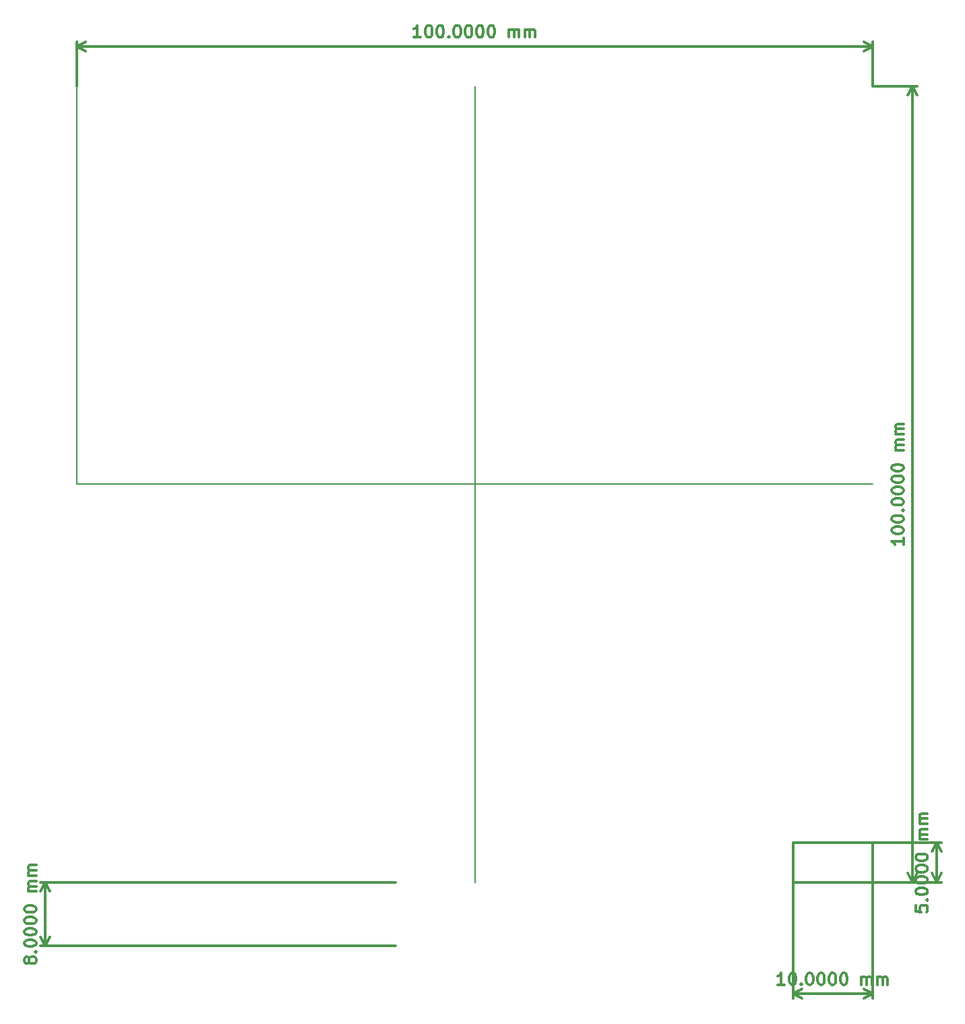
<source format=gbr>
%TF.GenerationSoftware,KiCad,Pcbnew,(6.0.11)*%
%TF.CreationDate,2023-05-22T16:35:14-05:00*%
%TF.ProjectId,Z80ESP,5a383045-5350-42e6-9b69-6361645f7063,rev?*%
%TF.SameCoordinates,Original*%
%TF.FileFunction,OtherDrawing,Comment*%
%FSLAX46Y46*%
G04 Gerber Fmt 4.6, Leading zero omitted, Abs format (unit mm)*
G04 Created by KiCad (PCBNEW (6.0.11)) date 2023-05-22 16:35:14*
%MOMM*%
%LPD*%
G01*
G04 APERTURE LIST*
%ADD10C,0.200000*%
%ADD11C,0.300000*%
G04 APERTURE END LIST*
D10*
X95000000Y-46000000D02*
X95000000Y-146000000D01*
X45000000Y-96000000D02*
X45000000Y-46000000D01*
X145000000Y-96000000D02*
X45000000Y-96000000D01*
D11*
X148878571Y-102785714D02*
X148878571Y-103642857D01*
X148878571Y-103214285D02*
X147378571Y-103214285D01*
X147592857Y-103357142D01*
X147735714Y-103500000D01*
X147807142Y-103642857D01*
X147378571Y-101857142D02*
X147378571Y-101714285D01*
X147450000Y-101571428D01*
X147521428Y-101500000D01*
X147664285Y-101428571D01*
X147950000Y-101357142D01*
X148307142Y-101357142D01*
X148592857Y-101428571D01*
X148735714Y-101500000D01*
X148807142Y-101571428D01*
X148878571Y-101714285D01*
X148878571Y-101857142D01*
X148807142Y-102000000D01*
X148735714Y-102071428D01*
X148592857Y-102142857D01*
X148307142Y-102214285D01*
X147950000Y-102214285D01*
X147664285Y-102142857D01*
X147521428Y-102071428D01*
X147450000Y-102000000D01*
X147378571Y-101857142D01*
X147378571Y-100428571D02*
X147378571Y-100285714D01*
X147450000Y-100142857D01*
X147521428Y-100071428D01*
X147664285Y-100000000D01*
X147950000Y-99928571D01*
X148307142Y-99928571D01*
X148592857Y-100000000D01*
X148735714Y-100071428D01*
X148807142Y-100142857D01*
X148878571Y-100285714D01*
X148878571Y-100428571D01*
X148807142Y-100571428D01*
X148735714Y-100642857D01*
X148592857Y-100714285D01*
X148307142Y-100785714D01*
X147950000Y-100785714D01*
X147664285Y-100714285D01*
X147521428Y-100642857D01*
X147450000Y-100571428D01*
X147378571Y-100428571D01*
X148735714Y-99285714D02*
X148807142Y-99214285D01*
X148878571Y-99285714D01*
X148807142Y-99357142D01*
X148735714Y-99285714D01*
X148878571Y-99285714D01*
X147378571Y-98285714D02*
X147378571Y-98142857D01*
X147450000Y-98000000D01*
X147521428Y-97928571D01*
X147664285Y-97857142D01*
X147950000Y-97785714D01*
X148307142Y-97785714D01*
X148592857Y-97857142D01*
X148735714Y-97928571D01*
X148807142Y-98000000D01*
X148878571Y-98142857D01*
X148878571Y-98285714D01*
X148807142Y-98428571D01*
X148735714Y-98500000D01*
X148592857Y-98571428D01*
X148307142Y-98642857D01*
X147950000Y-98642857D01*
X147664285Y-98571428D01*
X147521428Y-98500000D01*
X147450000Y-98428571D01*
X147378571Y-98285714D01*
X147378571Y-96857142D02*
X147378571Y-96714285D01*
X147450000Y-96571428D01*
X147521428Y-96500000D01*
X147664285Y-96428571D01*
X147950000Y-96357142D01*
X148307142Y-96357142D01*
X148592857Y-96428571D01*
X148735714Y-96500000D01*
X148807142Y-96571428D01*
X148878571Y-96714285D01*
X148878571Y-96857142D01*
X148807142Y-97000000D01*
X148735714Y-97071428D01*
X148592857Y-97142857D01*
X148307142Y-97214285D01*
X147950000Y-97214285D01*
X147664285Y-97142857D01*
X147521428Y-97071428D01*
X147450000Y-97000000D01*
X147378571Y-96857142D01*
X147378571Y-95428571D02*
X147378571Y-95285714D01*
X147450000Y-95142857D01*
X147521428Y-95071428D01*
X147664285Y-95000000D01*
X147950000Y-94928571D01*
X148307142Y-94928571D01*
X148592857Y-95000000D01*
X148735714Y-95071428D01*
X148807142Y-95142857D01*
X148878571Y-95285714D01*
X148878571Y-95428571D01*
X148807142Y-95571428D01*
X148735714Y-95642857D01*
X148592857Y-95714285D01*
X148307142Y-95785714D01*
X147950000Y-95785714D01*
X147664285Y-95714285D01*
X147521428Y-95642857D01*
X147450000Y-95571428D01*
X147378571Y-95428571D01*
X147378571Y-94000000D02*
X147378571Y-93857142D01*
X147450000Y-93714285D01*
X147521428Y-93642857D01*
X147664285Y-93571428D01*
X147950000Y-93500000D01*
X148307142Y-93500000D01*
X148592857Y-93571428D01*
X148735714Y-93642857D01*
X148807142Y-93714285D01*
X148878571Y-93857142D01*
X148878571Y-94000000D01*
X148807142Y-94142857D01*
X148735714Y-94214285D01*
X148592857Y-94285714D01*
X148307142Y-94357142D01*
X147950000Y-94357142D01*
X147664285Y-94285714D01*
X147521428Y-94214285D01*
X147450000Y-94142857D01*
X147378571Y-94000000D01*
X148878571Y-91714285D02*
X147878571Y-91714285D01*
X148021428Y-91714285D02*
X147950000Y-91642857D01*
X147878571Y-91500000D01*
X147878571Y-91285714D01*
X147950000Y-91142857D01*
X148092857Y-91071428D01*
X148878571Y-91071428D01*
X148092857Y-91071428D02*
X147950000Y-91000000D01*
X147878571Y-90857142D01*
X147878571Y-90642857D01*
X147950000Y-90500000D01*
X148092857Y-90428571D01*
X148878571Y-90428571D01*
X148878571Y-89714285D02*
X147878571Y-89714285D01*
X148021428Y-89714285D02*
X147950000Y-89642857D01*
X147878571Y-89500000D01*
X147878571Y-89285714D01*
X147950000Y-89142857D01*
X148092857Y-89071428D01*
X148878571Y-89071428D01*
X148092857Y-89071428D02*
X147950000Y-89000000D01*
X147878571Y-88857142D01*
X147878571Y-88642857D01*
X147950000Y-88500000D01*
X148092857Y-88428571D01*
X148878571Y-88428571D01*
X145000000Y-146000000D02*
X150586420Y-146000000D01*
X145000000Y-46000000D02*
X150586420Y-46000000D01*
X150000000Y-146000000D02*
X150000000Y-46000000D01*
X150000000Y-146000000D02*
X150000000Y-46000000D01*
X150000000Y-146000000D02*
X150586421Y-144873496D01*
X150000000Y-146000000D02*
X149413579Y-144873496D01*
X150000000Y-46000000D02*
X149413579Y-47126504D01*
X150000000Y-46000000D02*
X150586421Y-47126504D01*
X150378570Y-148928571D02*
X150378570Y-149642857D01*
X151092856Y-149714285D01*
X151021427Y-149642857D01*
X150949999Y-149500000D01*
X150949999Y-149142857D01*
X151021427Y-149000000D01*
X151092856Y-148928571D01*
X151235713Y-148857142D01*
X151592856Y-148857142D01*
X151735713Y-148928571D01*
X151807141Y-149000000D01*
X151878570Y-149142857D01*
X151878570Y-149500000D01*
X151807141Y-149642857D01*
X151735713Y-149714285D01*
X151735713Y-148214285D02*
X151807141Y-148142857D01*
X151878570Y-148214285D01*
X151807141Y-148285714D01*
X151735713Y-148214285D01*
X151878570Y-148214285D01*
X150378570Y-147214285D02*
X150378570Y-147071428D01*
X150449999Y-146928571D01*
X150521427Y-146857142D01*
X150664284Y-146785714D01*
X150949999Y-146714285D01*
X151307141Y-146714285D01*
X151592856Y-146785714D01*
X151735713Y-146857142D01*
X151807141Y-146928571D01*
X151878570Y-147071428D01*
X151878570Y-147214285D01*
X151807141Y-147357142D01*
X151735713Y-147428571D01*
X151592856Y-147500000D01*
X151307141Y-147571428D01*
X150949999Y-147571428D01*
X150664284Y-147500000D01*
X150521427Y-147428571D01*
X150449999Y-147357142D01*
X150378570Y-147214285D01*
X150378570Y-145785714D02*
X150378570Y-145642857D01*
X150449999Y-145500000D01*
X150521427Y-145428571D01*
X150664284Y-145357142D01*
X150949999Y-145285714D01*
X151307141Y-145285714D01*
X151592856Y-145357142D01*
X151735713Y-145428571D01*
X151807141Y-145500000D01*
X151878570Y-145642857D01*
X151878570Y-145785714D01*
X151807141Y-145928571D01*
X151735713Y-146000000D01*
X151592856Y-146071428D01*
X151307141Y-146142857D01*
X150949999Y-146142857D01*
X150664284Y-146071428D01*
X150521427Y-146000000D01*
X150449999Y-145928571D01*
X150378570Y-145785714D01*
X150378570Y-144357142D02*
X150378570Y-144214285D01*
X150449999Y-144071428D01*
X150521427Y-144000000D01*
X150664284Y-143928571D01*
X150949999Y-143857142D01*
X151307141Y-143857142D01*
X151592856Y-143928571D01*
X151735713Y-144000000D01*
X151807141Y-144071428D01*
X151878570Y-144214285D01*
X151878570Y-144357142D01*
X151807141Y-144500000D01*
X151735713Y-144571428D01*
X151592856Y-144642857D01*
X151307141Y-144714285D01*
X150949999Y-144714285D01*
X150664284Y-144642857D01*
X150521427Y-144571428D01*
X150449999Y-144500000D01*
X150378570Y-144357142D01*
X150378570Y-142928571D02*
X150378570Y-142785714D01*
X150449999Y-142642857D01*
X150521427Y-142571428D01*
X150664284Y-142500000D01*
X150949999Y-142428571D01*
X151307141Y-142428571D01*
X151592856Y-142500000D01*
X151735713Y-142571428D01*
X151807141Y-142642857D01*
X151878570Y-142785714D01*
X151878570Y-142928571D01*
X151807141Y-143071428D01*
X151735713Y-143142857D01*
X151592856Y-143214285D01*
X151307141Y-143285714D01*
X150949999Y-143285714D01*
X150664284Y-143214285D01*
X150521427Y-143142857D01*
X150449999Y-143071428D01*
X150378570Y-142928571D01*
X151878570Y-140642857D02*
X150878570Y-140642857D01*
X151021427Y-140642857D02*
X150949999Y-140571428D01*
X150878570Y-140428571D01*
X150878570Y-140214285D01*
X150949999Y-140071428D01*
X151092856Y-140000000D01*
X151878570Y-140000000D01*
X151092856Y-140000000D02*
X150949999Y-139928571D01*
X150878570Y-139785714D01*
X150878570Y-139571428D01*
X150949999Y-139428571D01*
X151092856Y-139357142D01*
X151878570Y-139357142D01*
X151878570Y-138642857D02*
X150878570Y-138642857D01*
X151021427Y-138642857D02*
X150949999Y-138571428D01*
X150878570Y-138428571D01*
X150878570Y-138214285D01*
X150949999Y-138071428D01*
X151092856Y-138000000D01*
X151878570Y-138000000D01*
X151092856Y-138000000D02*
X150949999Y-137928571D01*
X150878570Y-137785714D01*
X150878570Y-137571428D01*
X150949999Y-137428571D01*
X151092856Y-137357142D01*
X151878570Y-137357142D01*
X135000000Y-146000000D02*
X153586419Y-146000000D01*
X135000000Y-141000000D02*
X153586419Y-141000000D01*
X152999999Y-146000000D02*
X152999999Y-141000000D01*
X152999999Y-146000000D02*
X152999999Y-141000000D01*
X152999999Y-146000000D02*
X153586420Y-144873496D01*
X152999999Y-146000000D02*
X152413578Y-144873496D01*
X152999999Y-141000000D02*
X152413578Y-142126504D01*
X152999999Y-141000000D02*
X153586420Y-142126504D01*
X39021429Y-155928571D02*
X38950001Y-156071428D01*
X38878572Y-156142857D01*
X38735715Y-156214285D01*
X38664286Y-156214285D01*
X38521429Y-156142857D01*
X38450001Y-156071428D01*
X38378572Y-155928571D01*
X38378572Y-155642857D01*
X38450001Y-155500000D01*
X38521429Y-155428571D01*
X38664286Y-155357142D01*
X38735715Y-155357142D01*
X38878572Y-155428571D01*
X38950001Y-155500000D01*
X39021429Y-155642857D01*
X39021429Y-155928571D01*
X39092858Y-156071428D01*
X39164286Y-156142857D01*
X39307143Y-156214285D01*
X39592858Y-156214285D01*
X39735715Y-156142857D01*
X39807143Y-156071428D01*
X39878572Y-155928571D01*
X39878572Y-155642857D01*
X39807143Y-155500000D01*
X39735715Y-155428571D01*
X39592858Y-155357142D01*
X39307143Y-155357142D01*
X39164286Y-155428571D01*
X39092858Y-155500000D01*
X39021429Y-155642857D01*
X39735715Y-154714285D02*
X39807143Y-154642857D01*
X39878572Y-154714285D01*
X39807143Y-154785714D01*
X39735715Y-154714285D01*
X39878572Y-154714285D01*
X38378572Y-153714285D02*
X38378572Y-153571428D01*
X38450001Y-153428571D01*
X38521429Y-153357142D01*
X38664286Y-153285714D01*
X38950001Y-153214285D01*
X39307143Y-153214285D01*
X39592858Y-153285714D01*
X39735715Y-153357142D01*
X39807143Y-153428571D01*
X39878572Y-153571428D01*
X39878572Y-153714285D01*
X39807143Y-153857142D01*
X39735715Y-153928571D01*
X39592858Y-154000000D01*
X39307143Y-154071428D01*
X38950001Y-154071428D01*
X38664286Y-154000000D01*
X38521429Y-153928571D01*
X38450001Y-153857142D01*
X38378572Y-153714285D01*
X38378572Y-152285714D02*
X38378572Y-152142857D01*
X38450001Y-152000000D01*
X38521429Y-151928571D01*
X38664286Y-151857142D01*
X38950001Y-151785714D01*
X39307143Y-151785714D01*
X39592858Y-151857142D01*
X39735715Y-151928571D01*
X39807143Y-152000000D01*
X39878572Y-152142857D01*
X39878572Y-152285714D01*
X39807143Y-152428571D01*
X39735715Y-152500000D01*
X39592858Y-152571428D01*
X39307143Y-152642857D01*
X38950001Y-152642857D01*
X38664286Y-152571428D01*
X38521429Y-152500000D01*
X38450001Y-152428571D01*
X38378572Y-152285714D01*
X38378572Y-150857142D02*
X38378572Y-150714285D01*
X38450001Y-150571428D01*
X38521429Y-150500000D01*
X38664286Y-150428571D01*
X38950001Y-150357142D01*
X39307143Y-150357142D01*
X39592858Y-150428571D01*
X39735715Y-150500000D01*
X39807143Y-150571428D01*
X39878572Y-150714285D01*
X39878572Y-150857142D01*
X39807143Y-151000000D01*
X39735715Y-151071428D01*
X39592858Y-151142857D01*
X39307143Y-151214285D01*
X38950001Y-151214285D01*
X38664286Y-151142857D01*
X38521429Y-151071428D01*
X38450001Y-151000000D01*
X38378572Y-150857142D01*
X38378572Y-149428571D02*
X38378572Y-149285714D01*
X38450001Y-149142857D01*
X38521429Y-149071428D01*
X38664286Y-149000000D01*
X38950001Y-148928571D01*
X39307143Y-148928571D01*
X39592858Y-149000000D01*
X39735715Y-149071428D01*
X39807143Y-149142857D01*
X39878572Y-149285714D01*
X39878572Y-149428571D01*
X39807143Y-149571428D01*
X39735715Y-149642857D01*
X39592858Y-149714285D01*
X39307143Y-149785714D01*
X38950001Y-149785714D01*
X38664286Y-149714285D01*
X38521429Y-149642857D01*
X38450001Y-149571428D01*
X38378572Y-149428571D01*
X39878572Y-147142857D02*
X38878572Y-147142857D01*
X39021429Y-147142857D02*
X38950001Y-147071428D01*
X38878572Y-146928571D01*
X38878572Y-146714285D01*
X38950001Y-146571428D01*
X39092858Y-146500000D01*
X39878572Y-146500000D01*
X39092858Y-146500000D02*
X38950001Y-146428571D01*
X38878572Y-146285714D01*
X38878572Y-146071428D01*
X38950001Y-145928571D01*
X39092858Y-145857142D01*
X39878572Y-145857142D01*
X39878572Y-145142857D02*
X38878572Y-145142857D01*
X39021429Y-145142857D02*
X38950001Y-145071428D01*
X38878572Y-144928571D01*
X38878572Y-144714285D01*
X38950001Y-144571428D01*
X39092858Y-144500000D01*
X39878572Y-144500000D01*
X39092858Y-144500000D02*
X38950001Y-144428571D01*
X38878572Y-144285714D01*
X38878572Y-144071428D01*
X38950001Y-143928571D01*
X39092858Y-143857142D01*
X39878572Y-143857142D01*
X85000000Y-154000000D02*
X40413581Y-154000000D01*
X85000000Y-146000000D02*
X40413581Y-146000000D01*
X41000001Y-154000000D02*
X41000001Y-146000000D01*
X41000001Y-154000000D02*
X41000001Y-146000000D01*
X41000001Y-154000000D02*
X41586422Y-152873496D01*
X41000001Y-154000000D02*
X40413580Y-152873496D01*
X41000001Y-146000000D02*
X40413580Y-147126504D01*
X41000001Y-146000000D02*
X41586422Y-147126504D01*
X88214285Y-39878571D02*
X87357142Y-39878571D01*
X87785714Y-39878571D02*
X87785714Y-38378571D01*
X87642857Y-38592857D01*
X87500000Y-38735714D01*
X87357142Y-38807142D01*
X89142857Y-38378571D02*
X89285714Y-38378571D01*
X89428571Y-38450000D01*
X89500000Y-38521428D01*
X89571428Y-38664285D01*
X89642857Y-38950000D01*
X89642857Y-39307142D01*
X89571428Y-39592857D01*
X89500000Y-39735714D01*
X89428571Y-39807142D01*
X89285714Y-39878571D01*
X89142857Y-39878571D01*
X89000000Y-39807142D01*
X88928571Y-39735714D01*
X88857142Y-39592857D01*
X88785714Y-39307142D01*
X88785714Y-38950000D01*
X88857142Y-38664285D01*
X88928571Y-38521428D01*
X89000000Y-38450000D01*
X89142857Y-38378571D01*
X90571428Y-38378571D02*
X90714285Y-38378571D01*
X90857142Y-38450000D01*
X90928571Y-38521428D01*
X91000000Y-38664285D01*
X91071428Y-38950000D01*
X91071428Y-39307142D01*
X91000000Y-39592857D01*
X90928571Y-39735714D01*
X90857142Y-39807142D01*
X90714285Y-39878571D01*
X90571428Y-39878571D01*
X90428571Y-39807142D01*
X90357142Y-39735714D01*
X90285714Y-39592857D01*
X90214285Y-39307142D01*
X90214285Y-38950000D01*
X90285714Y-38664285D01*
X90357142Y-38521428D01*
X90428571Y-38450000D01*
X90571428Y-38378571D01*
X91714285Y-39735714D02*
X91785714Y-39807142D01*
X91714285Y-39878571D01*
X91642857Y-39807142D01*
X91714285Y-39735714D01*
X91714285Y-39878571D01*
X92714285Y-38378571D02*
X92857142Y-38378571D01*
X93000000Y-38450000D01*
X93071428Y-38521428D01*
X93142857Y-38664285D01*
X93214285Y-38950000D01*
X93214285Y-39307142D01*
X93142857Y-39592857D01*
X93071428Y-39735714D01*
X93000000Y-39807142D01*
X92857142Y-39878571D01*
X92714285Y-39878571D01*
X92571428Y-39807142D01*
X92500000Y-39735714D01*
X92428571Y-39592857D01*
X92357142Y-39307142D01*
X92357142Y-38950000D01*
X92428571Y-38664285D01*
X92500000Y-38521428D01*
X92571428Y-38450000D01*
X92714285Y-38378571D01*
X94142857Y-38378571D02*
X94285714Y-38378571D01*
X94428571Y-38450000D01*
X94500000Y-38521428D01*
X94571428Y-38664285D01*
X94642857Y-38950000D01*
X94642857Y-39307142D01*
X94571428Y-39592857D01*
X94500000Y-39735714D01*
X94428571Y-39807142D01*
X94285714Y-39878571D01*
X94142857Y-39878571D01*
X94000000Y-39807142D01*
X93928571Y-39735714D01*
X93857142Y-39592857D01*
X93785714Y-39307142D01*
X93785714Y-38950000D01*
X93857142Y-38664285D01*
X93928571Y-38521428D01*
X94000000Y-38450000D01*
X94142857Y-38378571D01*
X95571428Y-38378571D02*
X95714285Y-38378571D01*
X95857142Y-38450000D01*
X95928571Y-38521428D01*
X96000000Y-38664285D01*
X96071428Y-38950000D01*
X96071428Y-39307142D01*
X96000000Y-39592857D01*
X95928571Y-39735714D01*
X95857142Y-39807142D01*
X95714285Y-39878571D01*
X95571428Y-39878571D01*
X95428571Y-39807142D01*
X95357142Y-39735714D01*
X95285714Y-39592857D01*
X95214285Y-39307142D01*
X95214285Y-38950000D01*
X95285714Y-38664285D01*
X95357142Y-38521428D01*
X95428571Y-38450000D01*
X95571428Y-38378571D01*
X97000000Y-38378571D02*
X97142857Y-38378571D01*
X97285714Y-38450000D01*
X97357142Y-38521428D01*
X97428571Y-38664285D01*
X97500000Y-38950000D01*
X97500000Y-39307142D01*
X97428571Y-39592857D01*
X97357142Y-39735714D01*
X97285714Y-39807142D01*
X97142857Y-39878571D01*
X97000000Y-39878571D01*
X96857142Y-39807142D01*
X96785714Y-39735714D01*
X96714285Y-39592857D01*
X96642857Y-39307142D01*
X96642857Y-38950000D01*
X96714285Y-38664285D01*
X96785714Y-38521428D01*
X96857142Y-38450000D01*
X97000000Y-38378571D01*
X99285714Y-39878571D02*
X99285714Y-38878571D01*
X99285714Y-39021428D02*
X99357142Y-38950000D01*
X99500000Y-38878571D01*
X99714285Y-38878571D01*
X99857142Y-38950000D01*
X99928571Y-39092857D01*
X99928571Y-39878571D01*
X99928571Y-39092857D02*
X100000000Y-38950000D01*
X100142857Y-38878571D01*
X100357142Y-38878571D01*
X100500000Y-38950000D01*
X100571428Y-39092857D01*
X100571428Y-39878571D01*
X101285714Y-39878571D02*
X101285714Y-38878571D01*
X101285714Y-39021428D02*
X101357142Y-38950000D01*
X101500000Y-38878571D01*
X101714285Y-38878571D01*
X101857142Y-38950000D01*
X101928571Y-39092857D01*
X101928571Y-39878571D01*
X101928571Y-39092857D02*
X102000000Y-38950000D01*
X102142857Y-38878571D01*
X102357142Y-38878571D01*
X102500000Y-38950000D01*
X102571428Y-39092857D01*
X102571428Y-39878571D01*
X45000000Y-46000000D02*
X45000000Y-40413580D01*
X145000000Y-46000000D02*
X145000000Y-40413580D01*
X45000000Y-41000000D02*
X145000000Y-41000000D01*
X45000000Y-41000000D02*
X145000000Y-41000000D01*
X45000000Y-41000000D02*
X46126504Y-41586421D01*
X45000000Y-41000000D02*
X46126504Y-40413579D01*
X145000000Y-41000000D02*
X143873496Y-40413579D01*
X145000000Y-41000000D02*
X143873496Y-41586421D01*
X133928571Y-158878570D02*
X133071428Y-158878570D01*
X133500000Y-158878570D02*
X133500000Y-157378570D01*
X133357142Y-157592856D01*
X133214285Y-157735713D01*
X133071428Y-157807141D01*
X134857142Y-157378570D02*
X135000000Y-157378570D01*
X135142857Y-157449999D01*
X135214285Y-157521427D01*
X135285714Y-157664284D01*
X135357142Y-157949999D01*
X135357142Y-158307141D01*
X135285714Y-158592856D01*
X135214285Y-158735713D01*
X135142857Y-158807141D01*
X135000000Y-158878570D01*
X134857142Y-158878570D01*
X134714285Y-158807141D01*
X134642857Y-158735713D01*
X134571428Y-158592856D01*
X134500000Y-158307141D01*
X134500000Y-157949999D01*
X134571428Y-157664284D01*
X134642857Y-157521427D01*
X134714285Y-157449999D01*
X134857142Y-157378570D01*
X136000000Y-158735713D02*
X136071428Y-158807141D01*
X136000000Y-158878570D01*
X135928571Y-158807141D01*
X136000000Y-158735713D01*
X136000000Y-158878570D01*
X137000000Y-157378570D02*
X137142857Y-157378570D01*
X137285714Y-157449999D01*
X137357142Y-157521427D01*
X137428571Y-157664284D01*
X137500000Y-157949999D01*
X137500000Y-158307141D01*
X137428571Y-158592856D01*
X137357142Y-158735713D01*
X137285714Y-158807141D01*
X137142857Y-158878570D01*
X137000000Y-158878570D01*
X136857142Y-158807141D01*
X136785714Y-158735713D01*
X136714285Y-158592856D01*
X136642857Y-158307141D01*
X136642857Y-157949999D01*
X136714285Y-157664284D01*
X136785714Y-157521427D01*
X136857142Y-157449999D01*
X137000000Y-157378570D01*
X138428571Y-157378570D02*
X138571428Y-157378570D01*
X138714285Y-157449999D01*
X138785714Y-157521427D01*
X138857142Y-157664284D01*
X138928571Y-157949999D01*
X138928571Y-158307141D01*
X138857142Y-158592856D01*
X138785714Y-158735713D01*
X138714285Y-158807141D01*
X138571428Y-158878570D01*
X138428571Y-158878570D01*
X138285714Y-158807141D01*
X138214285Y-158735713D01*
X138142857Y-158592856D01*
X138071428Y-158307141D01*
X138071428Y-157949999D01*
X138142857Y-157664284D01*
X138214285Y-157521427D01*
X138285714Y-157449999D01*
X138428571Y-157378570D01*
X139857142Y-157378570D02*
X140000000Y-157378570D01*
X140142857Y-157449999D01*
X140214285Y-157521427D01*
X140285714Y-157664284D01*
X140357142Y-157949999D01*
X140357142Y-158307141D01*
X140285714Y-158592856D01*
X140214285Y-158735713D01*
X140142857Y-158807141D01*
X140000000Y-158878570D01*
X139857142Y-158878570D01*
X139714285Y-158807141D01*
X139642857Y-158735713D01*
X139571428Y-158592856D01*
X139500000Y-158307141D01*
X139500000Y-157949999D01*
X139571428Y-157664284D01*
X139642857Y-157521427D01*
X139714285Y-157449999D01*
X139857142Y-157378570D01*
X141285714Y-157378570D02*
X141428571Y-157378570D01*
X141571428Y-157449999D01*
X141642857Y-157521427D01*
X141714285Y-157664284D01*
X141785714Y-157949999D01*
X141785714Y-158307141D01*
X141714285Y-158592856D01*
X141642857Y-158735713D01*
X141571428Y-158807141D01*
X141428571Y-158878570D01*
X141285714Y-158878570D01*
X141142857Y-158807141D01*
X141071428Y-158735713D01*
X141000000Y-158592856D01*
X140928571Y-158307141D01*
X140928571Y-157949999D01*
X141000000Y-157664284D01*
X141071428Y-157521427D01*
X141142857Y-157449999D01*
X141285714Y-157378570D01*
X143571428Y-158878570D02*
X143571428Y-157878570D01*
X143571428Y-158021427D02*
X143642857Y-157949999D01*
X143785714Y-157878570D01*
X144000000Y-157878570D01*
X144142857Y-157949999D01*
X144214285Y-158092856D01*
X144214285Y-158878570D01*
X144214285Y-158092856D02*
X144285714Y-157949999D01*
X144428571Y-157878570D01*
X144642857Y-157878570D01*
X144785714Y-157949999D01*
X144857142Y-158092856D01*
X144857142Y-158878570D01*
X145571428Y-158878570D02*
X145571428Y-157878570D01*
X145571428Y-158021427D02*
X145642857Y-157949999D01*
X145785714Y-157878570D01*
X146000000Y-157878570D01*
X146142857Y-157949999D01*
X146214285Y-158092856D01*
X146214285Y-158878570D01*
X146214285Y-158092856D02*
X146285714Y-157949999D01*
X146428571Y-157878570D01*
X146642857Y-157878570D01*
X146785714Y-157949999D01*
X146857142Y-158092856D01*
X146857142Y-158878570D01*
X145000000Y-141000000D02*
X145000000Y-160586419D01*
X135000000Y-141000000D02*
X135000000Y-160586419D01*
X145000000Y-159999999D02*
X135000000Y-159999999D01*
X145000000Y-159999999D02*
X135000000Y-159999999D01*
X145000000Y-159999999D02*
X143873496Y-159413578D01*
X145000000Y-159999999D02*
X143873496Y-160586420D01*
X135000000Y-159999999D02*
X136126504Y-160586420D01*
X135000000Y-159999999D02*
X136126504Y-159413578D01*
M02*

</source>
